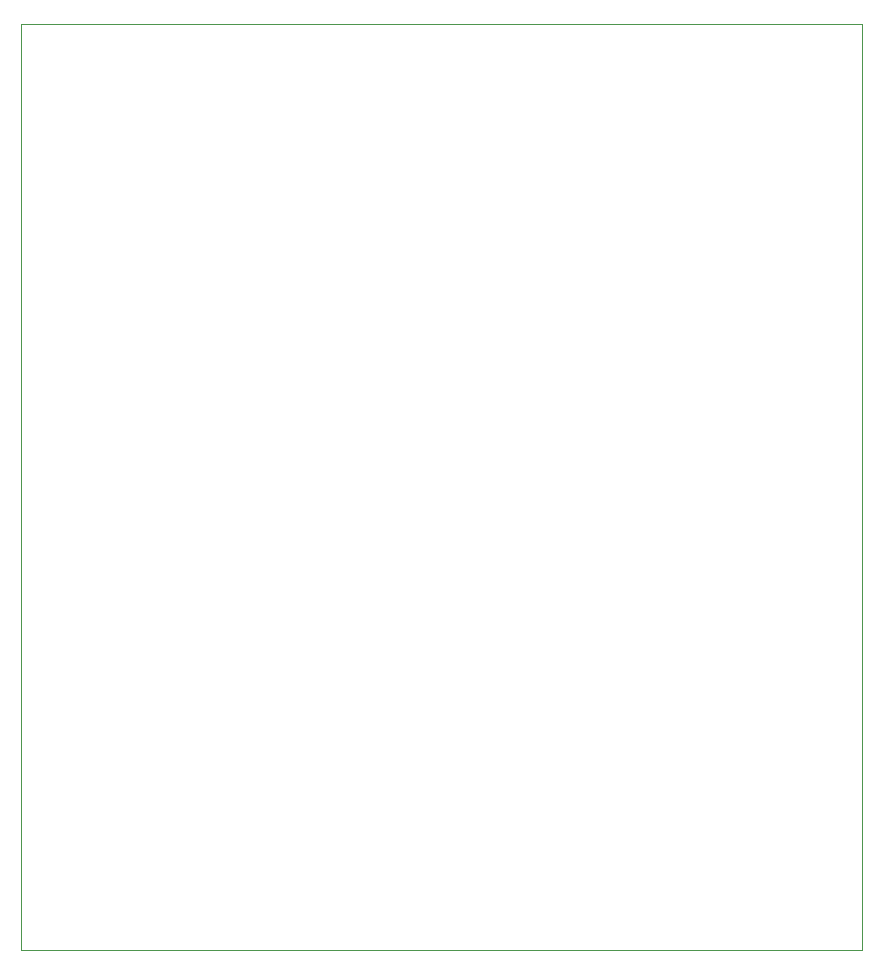
<source format=gbr>
%TF.GenerationSoftware,KiCad,Pcbnew,9.0.0*%
%TF.CreationDate,2025-04-07T19:53:14+05:30*%
%TF.ProjectId,Wearable_Charger,57656172-6162-46c6-95a0-436861726765,rev?*%
%TF.SameCoordinates,Original*%
%TF.FileFunction,Profile,NP*%
%FSLAX46Y46*%
G04 Gerber Fmt 4.6, Leading zero omitted, Abs format (unit mm)*
G04 Created by KiCad (PCBNEW 9.0.0) date 2025-04-07 19:53:14*
%MOMM*%
%LPD*%
G01*
G04 APERTURE LIST*
%TA.AperFunction,Profile*%
%ADD10C,0.050000*%
%TD*%
G04 APERTURE END LIST*
D10*
X130600000Y-61400000D02*
X201800000Y-61400000D01*
X201800000Y-139800000D01*
X130600000Y-139800000D01*
X130600000Y-61400000D01*
M02*

</source>
